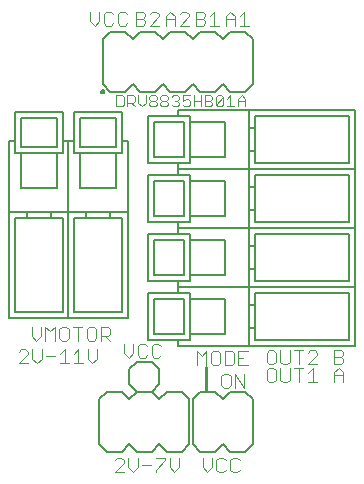
<source format=gbr>
G75*
G70*
%OFA0B0*%
%FSLAX24Y24*%
%IPPOS*%
%LPD*%
%AMOC8*
5,1,8,0,0,1.08239X$1,22.5*
%
%ADD10C,0.0040*%
%ADD11C,0.0100*%
%ADD12C,0.0030*%
%ADD13C,0.0050*%
%ADD14C,0.0060*%
D10*
X001105Y004118D02*
X001412Y004424D01*
X001412Y004501D01*
X001335Y004578D01*
X001182Y004578D01*
X001105Y004501D01*
X001105Y004118D02*
X001412Y004118D01*
X001566Y004271D02*
X001719Y004118D01*
X001872Y004271D01*
X001872Y004578D01*
X002026Y004348D02*
X002333Y004348D01*
X002486Y004424D02*
X002640Y004578D01*
X002640Y004118D01*
X002793Y004118D02*
X002486Y004118D01*
X002947Y004118D02*
X003254Y004118D01*
X003100Y004118D02*
X003100Y004578D01*
X002947Y004424D01*
X003077Y004868D02*
X003077Y005328D01*
X002924Y005328D02*
X003231Y005328D01*
X003384Y005251D02*
X003384Y004944D01*
X003461Y004868D01*
X003614Y004868D01*
X003691Y004944D01*
X003691Y005251D01*
X003614Y005328D01*
X003461Y005328D01*
X003384Y005251D01*
X003845Y005328D02*
X003845Y004868D01*
X003845Y005021D02*
X004075Y005021D01*
X004152Y005098D01*
X004152Y005251D01*
X004075Y005328D01*
X003845Y005328D01*
X003998Y005021D02*
X004152Y004868D01*
X003714Y004578D02*
X003714Y004271D01*
X003561Y004118D01*
X003407Y004271D01*
X003407Y004578D01*
X002770Y004944D02*
X002694Y004868D01*
X002540Y004868D01*
X002463Y004944D01*
X002463Y005251D01*
X002540Y005328D01*
X002694Y005328D01*
X002770Y005251D01*
X002770Y004944D01*
X002310Y004868D02*
X002310Y005328D01*
X002156Y005174D01*
X002003Y005328D01*
X002003Y004868D01*
X001850Y005021D02*
X001850Y005328D01*
X001850Y005021D02*
X001696Y004868D01*
X001543Y005021D01*
X001543Y005328D01*
X001566Y004578D02*
X001566Y004271D01*
X004382Y000953D02*
X004305Y000876D01*
X004382Y000953D02*
X004535Y000953D01*
X004612Y000876D01*
X004612Y000799D01*
X004305Y000493D01*
X004612Y000493D01*
X004765Y000646D02*
X004919Y000493D01*
X005072Y000646D01*
X005072Y000953D01*
X005226Y000723D02*
X005533Y000723D01*
X005686Y000569D02*
X005686Y000493D01*
X005686Y000569D02*
X005993Y000876D01*
X005993Y000953D01*
X005686Y000953D01*
X006147Y000953D02*
X006147Y000646D01*
X006300Y000493D01*
X006453Y000646D01*
X006453Y000953D01*
X007243Y000953D02*
X007243Y000646D01*
X007396Y000493D01*
X007549Y000646D01*
X007549Y000953D01*
X007703Y000876D02*
X007703Y000569D01*
X007780Y000493D01*
X007933Y000493D01*
X008010Y000569D01*
X008163Y000569D02*
X008240Y000493D01*
X008393Y000493D01*
X008470Y000569D01*
X008163Y000569D02*
X008163Y000876D01*
X008240Y000953D01*
X008393Y000953D01*
X008470Y000876D01*
X008010Y000876D02*
X007933Y000953D01*
X007780Y000953D01*
X007703Y000876D01*
X007944Y003305D02*
X008098Y003305D01*
X008174Y003382D01*
X008174Y003689D01*
X008098Y003765D01*
X007944Y003765D01*
X007868Y003689D01*
X007868Y003382D01*
X007944Y003305D01*
X008328Y003305D02*
X008328Y003765D01*
X008635Y003305D01*
X008635Y003765D01*
X008743Y004055D02*
X008436Y004055D01*
X008436Y004515D01*
X008743Y004515D01*
X008590Y004285D02*
X008436Y004285D01*
X008283Y004132D02*
X008283Y004439D01*
X008206Y004515D01*
X007976Y004515D01*
X007976Y004055D01*
X008206Y004055D01*
X008283Y004132D01*
X007822Y004132D02*
X007822Y004439D01*
X007746Y004515D01*
X007592Y004515D01*
X007515Y004439D01*
X007515Y004132D01*
X007592Y004055D01*
X007746Y004055D01*
X007822Y004132D01*
X007362Y004055D02*
X007362Y004515D01*
X007208Y004362D01*
X007055Y004515D01*
X007055Y004055D01*
X005845Y004382D02*
X005768Y004305D01*
X005615Y004305D01*
X005538Y004382D01*
X005538Y004689D01*
X005615Y004765D01*
X005768Y004765D01*
X005845Y004689D01*
X005385Y004689D02*
X005308Y004765D01*
X005155Y004765D01*
X005078Y004689D01*
X005078Y004382D01*
X005155Y004305D01*
X005308Y004305D01*
X005385Y004382D01*
X004924Y004458D02*
X004924Y004765D01*
X004924Y004458D02*
X004771Y004305D01*
X004618Y004458D01*
X004618Y004765D01*
X004765Y000953D02*
X004765Y000646D01*
X009370Y003571D02*
X009447Y003494D01*
X009601Y003494D01*
X009677Y003571D01*
X009677Y003878D01*
X009601Y003954D01*
X009447Y003954D01*
X009370Y003878D01*
X009370Y003571D01*
X009831Y003571D02*
X009831Y003954D01*
X009908Y004085D02*
X009831Y004161D01*
X009831Y004545D01*
X009677Y004468D02*
X009601Y004545D01*
X009447Y004545D01*
X009370Y004468D01*
X009370Y004161D01*
X009447Y004085D01*
X009601Y004085D01*
X009677Y004161D01*
X009677Y004468D01*
X009908Y004085D02*
X010061Y004085D01*
X010138Y004161D01*
X010138Y004545D01*
X010291Y004545D02*
X010598Y004545D01*
X010445Y004545D02*
X010445Y004085D01*
X010445Y003954D02*
X010445Y003494D01*
X010752Y003494D02*
X011059Y003494D01*
X010905Y003494D02*
X010905Y003954D01*
X010752Y003801D01*
X010598Y003954D02*
X010291Y003954D01*
X010138Y003954D02*
X010138Y003571D01*
X010061Y003494D01*
X009908Y003494D01*
X009831Y003571D01*
X010752Y004085D02*
X011059Y004391D01*
X011059Y004468D01*
X010982Y004545D01*
X010828Y004545D01*
X010752Y004468D01*
X010752Y004085D02*
X011059Y004085D01*
X011620Y004091D02*
X011851Y004091D01*
X011927Y004168D01*
X011927Y004244D01*
X011851Y004321D01*
X011620Y004321D01*
X011620Y004091D02*
X011620Y004551D01*
X011851Y004551D01*
X011927Y004475D01*
X011927Y004398D01*
X011851Y004321D01*
X011774Y003961D02*
X011927Y003807D01*
X011927Y003500D01*
X011927Y003731D02*
X011620Y003731D01*
X011620Y003807D02*
X011774Y003961D01*
X011620Y003807D02*
X011620Y003500D01*
X008777Y015368D02*
X008470Y015368D01*
X008623Y015368D02*
X008623Y015828D01*
X008470Y015674D01*
X008316Y015674D02*
X008316Y015368D01*
X008316Y015598D02*
X008009Y015598D01*
X008009Y015674D02*
X008009Y015368D01*
X007777Y015368D02*
X007470Y015368D01*
X007623Y015368D02*
X007623Y015828D01*
X007470Y015674D01*
X007316Y015674D02*
X007239Y015598D01*
X007009Y015598D01*
X007009Y015368D02*
X007009Y015828D01*
X007239Y015828D01*
X007316Y015751D01*
X007316Y015674D01*
X007239Y015598D02*
X007316Y015521D01*
X007316Y015444D01*
X007239Y015368D01*
X007009Y015368D01*
X006777Y015368D02*
X006470Y015368D01*
X006777Y015674D01*
X006777Y015751D01*
X006700Y015828D01*
X006546Y015828D01*
X006470Y015751D01*
X006316Y015674D02*
X006316Y015368D01*
X006316Y015598D02*
X006009Y015598D01*
X006009Y015674D02*
X006009Y015368D01*
X005777Y015368D02*
X005470Y015368D01*
X005777Y015674D01*
X005777Y015751D01*
X005700Y015828D01*
X005546Y015828D01*
X005470Y015751D01*
X005316Y015751D02*
X005316Y015674D01*
X005239Y015598D01*
X005009Y015598D01*
X005009Y015368D02*
X005009Y015828D01*
X005239Y015828D01*
X005316Y015751D01*
X005239Y015598D02*
X005316Y015521D01*
X005316Y015444D01*
X005239Y015368D01*
X005009Y015368D01*
X004714Y015444D02*
X004637Y015368D01*
X004484Y015368D01*
X004407Y015444D01*
X004407Y015751D01*
X004484Y015828D01*
X004637Y015828D01*
X004714Y015751D01*
X004254Y015751D02*
X004177Y015828D01*
X004023Y015828D01*
X003947Y015751D01*
X003947Y015444D01*
X004023Y015368D01*
X004177Y015368D01*
X004254Y015444D01*
X003793Y015521D02*
X003793Y015828D01*
X003793Y015521D02*
X003640Y015368D01*
X003486Y015521D01*
X003486Y015828D01*
X006009Y015674D02*
X006163Y015828D01*
X006316Y015674D01*
X008009Y015674D02*
X008163Y015828D01*
X008316Y015674D01*
D11*
X007348Y003973D02*
X007348Y003223D01*
D12*
X007309Y012675D02*
X007494Y012675D01*
X007556Y012737D01*
X007556Y012798D01*
X007494Y012860D01*
X007309Y012860D01*
X007188Y012860D02*
X006941Y012860D01*
X006819Y012860D02*
X006758Y012922D01*
X006696Y012922D01*
X006572Y012860D01*
X006572Y013045D01*
X006819Y013045D01*
X006941Y013045D02*
X006941Y012675D01*
X006819Y012737D02*
X006758Y012675D01*
X006634Y012675D01*
X006572Y012737D01*
X006451Y012737D02*
X006389Y012675D01*
X006266Y012675D01*
X006204Y012737D01*
X006083Y012737D02*
X006021Y012675D01*
X005897Y012675D01*
X005836Y012737D01*
X005836Y012798D01*
X005897Y012860D01*
X006021Y012860D01*
X006083Y012798D01*
X006083Y012737D01*
X006021Y012860D02*
X006083Y012922D01*
X006083Y012984D01*
X006021Y013045D01*
X005897Y013045D01*
X005836Y012984D01*
X005836Y012922D01*
X005897Y012860D01*
X005714Y012798D02*
X005714Y012737D01*
X005653Y012675D01*
X005529Y012675D01*
X005467Y012737D01*
X005467Y012798D01*
X005529Y012860D01*
X005653Y012860D01*
X005714Y012798D01*
X005653Y012860D02*
X005714Y012922D01*
X005714Y012984D01*
X005653Y013045D01*
X005529Y013045D01*
X005467Y012984D01*
X005467Y012922D01*
X005529Y012860D01*
X005346Y012798D02*
X005346Y013045D01*
X005346Y012798D02*
X005223Y012675D01*
X005099Y012798D01*
X005099Y013045D01*
X004978Y012984D02*
X004978Y012860D01*
X004916Y012798D01*
X004731Y012798D01*
X004731Y012675D02*
X004731Y013045D01*
X004916Y013045D01*
X004978Y012984D01*
X004854Y012798D02*
X004978Y012675D01*
X004609Y012737D02*
X004609Y012984D01*
X004548Y013045D01*
X004363Y013045D01*
X004363Y012675D01*
X004548Y012675D01*
X004609Y012737D01*
X006204Y012984D02*
X006266Y013045D01*
X006389Y013045D01*
X006451Y012984D01*
X006451Y012922D01*
X006389Y012860D01*
X006451Y012798D01*
X006451Y012737D01*
X006389Y012860D02*
X006328Y012860D01*
X006819Y012860D02*
X006819Y012737D01*
X007188Y012675D02*
X007188Y013045D01*
X007309Y013045D02*
X007494Y013045D01*
X007556Y012984D01*
X007556Y012922D01*
X007494Y012860D01*
X007677Y012737D02*
X007677Y012984D01*
X007739Y013045D01*
X007862Y013045D01*
X007924Y012984D01*
X007677Y012737D01*
X007739Y012675D01*
X007862Y012675D01*
X007924Y012737D01*
X007924Y012984D01*
X008046Y012922D02*
X008169Y013045D01*
X008169Y012675D01*
X008046Y012675D02*
X008293Y012675D01*
X008414Y012675D02*
X008414Y012922D01*
X008537Y013045D01*
X008661Y012922D01*
X008661Y012675D01*
X008661Y012860D02*
X008414Y012860D01*
X007309Y012675D02*
X007309Y013045D01*
D13*
X006812Y012365D02*
X006812Y012168D01*
X007993Y012168D01*
X007993Y010987D01*
X006812Y010987D01*
X006812Y010790D01*
X006418Y010790D01*
X006418Y010593D01*
X008780Y010593D01*
X012323Y010593D01*
X012323Y012562D01*
X008780Y012562D01*
X008780Y011971D01*
X008977Y011971D01*
X008977Y012365D01*
X012127Y012365D01*
X012127Y010790D01*
X008977Y010790D01*
X008977Y011184D01*
X008780Y011184D01*
X008780Y010593D01*
X012323Y010593D01*
X012323Y008625D01*
X012323Y006656D01*
X008780Y006656D01*
X008780Y007247D01*
X008977Y007247D01*
X008977Y008034D01*
X008780Y008034D01*
X008780Y007247D01*
X008977Y007247D02*
X008977Y006853D01*
X012127Y006853D01*
X012127Y008428D01*
X008977Y008428D01*
X008977Y008034D01*
X008780Y008034D02*
X008780Y008625D01*
X012323Y008625D01*
X008780Y008625D01*
X006418Y008625D01*
X006418Y008428D01*
X006812Y008428D01*
X006812Y008231D01*
X007993Y008231D01*
X007993Y007050D01*
X006812Y007050D01*
X006812Y006853D01*
X006418Y006853D01*
X006418Y006656D01*
X008780Y006656D01*
X012323Y006656D01*
X012323Y004688D01*
X008780Y004688D01*
X008780Y005278D01*
X008977Y005278D01*
X008977Y006066D01*
X008780Y006066D01*
X008780Y005278D01*
X008977Y005278D02*
X008977Y004884D01*
X012127Y004884D01*
X012127Y006459D01*
X008977Y006459D01*
X008977Y006066D01*
X008780Y006066D02*
X008780Y006656D01*
X006418Y006656D01*
X006418Y006459D01*
X006812Y006459D01*
X006812Y006262D01*
X007993Y006262D01*
X007993Y005081D01*
X006812Y005081D01*
X006812Y004884D01*
X006418Y004884D01*
X006418Y004688D01*
X008780Y004688D01*
X006812Y005081D02*
X006812Y006262D01*
X006615Y006262D02*
X006615Y005081D01*
X005630Y005081D01*
X005630Y006262D01*
X006615Y006262D01*
X006418Y006459D02*
X005434Y006459D01*
X005434Y004884D01*
X006418Y004884D01*
X006418Y006853D02*
X005434Y006853D01*
X005434Y008428D01*
X006418Y008428D01*
X006418Y008625D02*
X006418Y008821D01*
X005434Y008821D01*
X005434Y010396D01*
X006418Y010396D01*
X006418Y010593D01*
X008780Y010593D01*
X008780Y010003D01*
X008977Y010003D01*
X008977Y010396D01*
X012127Y010396D01*
X012127Y008821D01*
X008977Y008821D01*
X008977Y009215D01*
X008780Y009215D01*
X008780Y008625D01*
X006418Y008625D01*
X006418Y008821D02*
X006812Y008821D01*
X006812Y009018D01*
X007993Y009018D01*
X007993Y010199D01*
X006812Y010199D01*
X006812Y009018D01*
X006615Y009018D02*
X005630Y009018D01*
X005630Y010199D01*
X006615Y010199D01*
X006615Y009018D01*
X006615Y008231D02*
X006615Y007050D01*
X005630Y007050D01*
X005630Y008231D01*
X006615Y008231D01*
X006812Y008231D02*
X006812Y007050D01*
X004738Y005609D02*
X002769Y005609D01*
X002769Y009152D01*
X003360Y009152D01*
X003360Y008955D01*
X004147Y008955D01*
X004147Y009152D01*
X003360Y009152D01*
X003360Y008955D02*
X002966Y008955D01*
X002966Y005806D01*
X004541Y005806D01*
X004541Y008955D01*
X004147Y008955D01*
X004147Y009152D02*
X004738Y009152D01*
X004738Y005609D01*
X002769Y005609D02*
X000801Y005609D01*
X000801Y009152D01*
X001391Y009152D01*
X001391Y008955D01*
X002179Y008955D01*
X002179Y009152D01*
X001391Y009152D01*
X001391Y008955D02*
X000998Y008955D01*
X000998Y005806D01*
X002572Y005806D01*
X002572Y008955D01*
X002179Y008955D01*
X002179Y009152D02*
X002769Y009152D01*
X002769Y011514D01*
X002966Y011514D01*
X002966Y012499D01*
X004541Y012499D01*
X004541Y011514D01*
X004738Y011514D01*
X004738Y009152D01*
X004344Y009940D02*
X003163Y009940D01*
X003163Y011121D01*
X002966Y011121D01*
X002966Y011514D01*
X002769Y011514D02*
X002572Y011514D01*
X002572Y011121D01*
X002376Y011121D01*
X002376Y009940D01*
X001194Y009940D01*
X001194Y011121D01*
X000998Y011121D01*
X000998Y011514D01*
X000801Y011514D01*
X000801Y009152D01*
X001194Y011121D02*
X002376Y011121D01*
X002376Y011318D02*
X001194Y011318D01*
X001194Y012302D01*
X002376Y012302D01*
X002376Y011318D01*
X002572Y011514D02*
X002572Y012499D01*
X000998Y012499D01*
X000998Y011514D01*
X002769Y011514D02*
X002769Y009152D01*
X002769Y005609D01*
X004344Y009940D02*
X004344Y011121D01*
X003163Y011121D01*
X003163Y011318D02*
X003163Y012302D01*
X004344Y012302D01*
X004344Y011318D01*
X003163Y011318D01*
X004344Y011121D02*
X004541Y011121D01*
X004541Y011514D01*
X005434Y010790D02*
X006418Y010790D01*
X006615Y010987D02*
X005630Y010987D01*
X005630Y012168D01*
X006615Y012168D01*
X006615Y010987D01*
X006812Y010987D02*
X006812Y012168D01*
X006812Y012365D02*
X006418Y012365D01*
X006418Y012562D01*
X008780Y012562D01*
X008780Y011971D02*
X008780Y011184D01*
X008977Y011184D02*
X008977Y011971D01*
X008977Y010003D02*
X008977Y009215D01*
X008780Y009215D02*
X008780Y010003D01*
X006812Y010199D02*
X006812Y010396D01*
X006418Y010396D01*
X005434Y010790D02*
X005434Y012365D01*
X006418Y012365D01*
X003860Y013160D02*
X003862Y013173D01*
X003867Y013186D01*
X003876Y013197D01*
X003887Y013204D01*
X003900Y013209D01*
X003913Y013210D01*
X003927Y013207D01*
X003939Y013201D01*
X003949Y013192D01*
X003956Y013180D01*
X003960Y013167D01*
X003960Y013153D01*
X003956Y013140D01*
X003949Y013128D01*
X003939Y013119D01*
X003927Y013113D01*
X003913Y013110D01*
X003900Y013111D01*
X003887Y013116D01*
X003876Y013123D01*
X003867Y013134D01*
X003862Y013147D01*
X003860Y013160D01*
D14*
X003910Y013410D02*
X004160Y013160D01*
X004660Y013160D01*
X004910Y013410D01*
X005160Y013160D01*
X005660Y013160D01*
X005910Y013410D01*
X006160Y013160D01*
X006660Y013160D01*
X006910Y013410D01*
X007160Y013160D01*
X007660Y013160D01*
X007910Y013410D01*
X008160Y013160D01*
X008660Y013160D01*
X008910Y013410D01*
X008910Y014910D01*
X008660Y015160D01*
X008160Y015160D01*
X007910Y014910D01*
X007660Y015160D01*
X007160Y015160D01*
X006910Y014910D01*
X006660Y015160D01*
X006160Y015160D01*
X005910Y014910D01*
X005660Y015160D01*
X005160Y015160D01*
X004910Y014910D01*
X004660Y015160D01*
X004160Y015160D01*
X003910Y014910D01*
X003910Y013410D01*
X005042Y004160D02*
X004792Y003910D01*
X004792Y003410D01*
X005042Y003160D01*
X005542Y003160D01*
X005792Y003410D01*
X005792Y003910D01*
X005542Y004160D01*
X005042Y004160D01*
X005042Y003160D02*
X005542Y003160D01*
X005792Y002910D01*
X006042Y003160D01*
X006542Y003160D01*
X006792Y002910D01*
X006792Y001410D01*
X006542Y001160D01*
X006042Y001160D01*
X005792Y001410D01*
X005542Y001160D01*
X005042Y001160D01*
X004792Y001410D01*
X004542Y001160D01*
X004042Y001160D01*
X003792Y001410D01*
X003792Y002910D01*
X004042Y003160D01*
X004542Y003160D01*
X004792Y002910D01*
X005042Y003160D01*
X006910Y002910D02*
X006910Y001410D01*
X007160Y001160D01*
X007660Y001160D01*
X007910Y001410D01*
X008160Y001160D01*
X008660Y001160D01*
X008910Y001410D01*
X008910Y002910D01*
X008660Y003160D01*
X008160Y003160D01*
X007910Y002910D01*
X007660Y003160D01*
X007160Y003160D01*
X006910Y002910D01*
M02*

</source>
